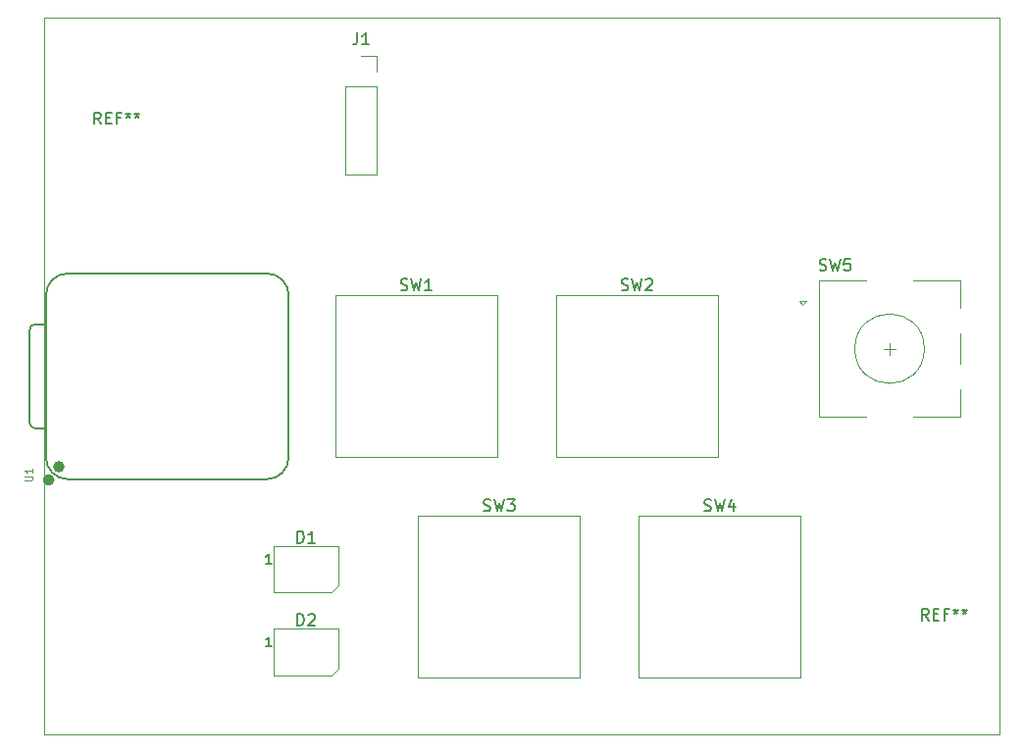
<source format=gto>
%TF.GenerationSoftware,KiCad,Pcbnew,9.0.6-9.0.6~ubuntu22.04.1*%
%TF.CreationDate,2025-12-08T20:59:36+04:00*%
%TF.ProjectId,HackPad,4861636b-5061-4642-9e6b-696361645f70,rev?*%
%TF.SameCoordinates,Original*%
%TF.FileFunction,Legend,Top*%
%TF.FilePolarity,Positive*%
%FSLAX46Y46*%
G04 Gerber Fmt 4.6, Leading zero omitted, Abs format (unit mm)*
G04 Created by KiCad (PCBNEW 9.0.6-9.0.6~ubuntu22.04.1) date 2025-12-08 20:59:36*
%MOMM*%
%LPD*%
G01*
G04 APERTURE LIST*
%ADD10C,0.150000*%
%ADD11C,0.101600*%
%ADD12C,0.120000*%
%ADD13C,0.127000*%
%ADD14C,0.100000*%
%ADD15C,0.504000*%
%TA.AperFunction,Profile*%
%ADD16C,0.050000*%
%TD*%
G04 APERTURE END LIST*
D10*
X67405417Y-49683200D02*
X67548274Y-49730819D01*
X67548274Y-49730819D02*
X67786369Y-49730819D01*
X67786369Y-49730819D02*
X67881607Y-49683200D01*
X67881607Y-49683200D02*
X67929226Y-49635580D01*
X67929226Y-49635580D02*
X67976845Y-49540342D01*
X67976845Y-49540342D02*
X67976845Y-49445104D01*
X67976845Y-49445104D02*
X67929226Y-49349866D01*
X67929226Y-49349866D02*
X67881607Y-49302247D01*
X67881607Y-49302247D02*
X67786369Y-49254628D01*
X67786369Y-49254628D02*
X67595893Y-49207009D01*
X67595893Y-49207009D02*
X67500655Y-49159390D01*
X67500655Y-49159390D02*
X67453036Y-49111771D01*
X67453036Y-49111771D02*
X67405417Y-49016533D01*
X67405417Y-49016533D02*
X67405417Y-48921295D01*
X67405417Y-48921295D02*
X67453036Y-48826057D01*
X67453036Y-48826057D02*
X67500655Y-48778438D01*
X67500655Y-48778438D02*
X67595893Y-48730819D01*
X67595893Y-48730819D02*
X67833988Y-48730819D01*
X67833988Y-48730819D02*
X67976845Y-48778438D01*
X68310179Y-48730819D02*
X68548274Y-49730819D01*
X68548274Y-49730819D02*
X68738750Y-49016533D01*
X68738750Y-49016533D02*
X68929226Y-49730819D01*
X68929226Y-49730819D02*
X69167322Y-48730819D01*
X70072083Y-49730819D02*
X69500655Y-49730819D01*
X69786369Y-49730819D02*
X69786369Y-48730819D01*
X69786369Y-48730819D02*
X69691131Y-48873676D01*
X69691131Y-48873676D02*
X69595893Y-48968914D01*
X69595893Y-48968914D02*
X69500655Y-49016533D01*
X41529166Y-35354819D02*
X41195833Y-34878628D01*
X40957738Y-35354819D02*
X40957738Y-34354819D01*
X40957738Y-34354819D02*
X41338690Y-34354819D01*
X41338690Y-34354819D02*
X41433928Y-34402438D01*
X41433928Y-34402438D02*
X41481547Y-34450057D01*
X41481547Y-34450057D02*
X41529166Y-34545295D01*
X41529166Y-34545295D02*
X41529166Y-34688152D01*
X41529166Y-34688152D02*
X41481547Y-34783390D01*
X41481547Y-34783390D02*
X41433928Y-34831009D01*
X41433928Y-34831009D02*
X41338690Y-34878628D01*
X41338690Y-34878628D02*
X40957738Y-34878628D01*
X41957738Y-34831009D02*
X42291071Y-34831009D01*
X42433928Y-35354819D02*
X41957738Y-35354819D01*
X41957738Y-35354819D02*
X41957738Y-34354819D01*
X41957738Y-34354819D02*
X42433928Y-34354819D01*
X43195833Y-34831009D02*
X42862500Y-34831009D01*
X42862500Y-35354819D02*
X42862500Y-34354819D01*
X42862500Y-34354819D02*
X43338690Y-34354819D01*
X43862500Y-34354819D02*
X43862500Y-34592914D01*
X43624405Y-34497676D02*
X43862500Y-34592914D01*
X43862500Y-34592914D02*
X44100595Y-34497676D01*
X43719643Y-34783390D02*
X43862500Y-34592914D01*
X43862500Y-34592914D02*
X44005357Y-34783390D01*
X44624405Y-34354819D02*
X44624405Y-34592914D01*
X44386310Y-34497676D02*
X44624405Y-34592914D01*
X44624405Y-34592914D02*
X44862500Y-34497676D01*
X44481548Y-34783390D02*
X44624405Y-34592914D01*
X44624405Y-34592914D02*
X44767262Y-34783390D01*
X93599167Y-68733200D02*
X93742024Y-68780819D01*
X93742024Y-68780819D02*
X93980119Y-68780819D01*
X93980119Y-68780819D02*
X94075357Y-68733200D01*
X94075357Y-68733200D02*
X94122976Y-68685580D01*
X94122976Y-68685580D02*
X94170595Y-68590342D01*
X94170595Y-68590342D02*
X94170595Y-68495104D01*
X94170595Y-68495104D02*
X94122976Y-68399866D01*
X94122976Y-68399866D02*
X94075357Y-68352247D01*
X94075357Y-68352247D02*
X93980119Y-68304628D01*
X93980119Y-68304628D02*
X93789643Y-68257009D01*
X93789643Y-68257009D02*
X93694405Y-68209390D01*
X93694405Y-68209390D02*
X93646786Y-68161771D01*
X93646786Y-68161771D02*
X93599167Y-68066533D01*
X93599167Y-68066533D02*
X93599167Y-67971295D01*
X93599167Y-67971295D02*
X93646786Y-67876057D01*
X93646786Y-67876057D02*
X93694405Y-67828438D01*
X93694405Y-67828438D02*
X93789643Y-67780819D01*
X93789643Y-67780819D02*
X94027738Y-67780819D01*
X94027738Y-67780819D02*
X94170595Y-67828438D01*
X94503929Y-67780819D02*
X94742024Y-68780819D01*
X94742024Y-68780819D02*
X94932500Y-68066533D01*
X94932500Y-68066533D02*
X95122976Y-68780819D01*
X95122976Y-68780819D02*
X95361072Y-67780819D01*
X96170595Y-68114152D02*
X96170595Y-68780819D01*
X95932500Y-67733200D02*
X95694405Y-68447485D01*
X95694405Y-68447485D02*
X96313452Y-68447485D01*
X58475655Y-71523569D02*
X58475655Y-70523569D01*
X58475655Y-70523569D02*
X58713750Y-70523569D01*
X58713750Y-70523569D02*
X58856607Y-70571188D01*
X58856607Y-70571188D02*
X58951845Y-70666426D01*
X58951845Y-70666426D02*
X58999464Y-70761664D01*
X58999464Y-70761664D02*
X59047083Y-70952140D01*
X59047083Y-70952140D02*
X59047083Y-71094997D01*
X59047083Y-71094997D02*
X58999464Y-71285473D01*
X58999464Y-71285473D02*
X58951845Y-71380711D01*
X58951845Y-71380711D02*
X58856607Y-71475950D01*
X58856607Y-71475950D02*
X58713750Y-71523569D01*
X58713750Y-71523569D02*
X58475655Y-71523569D01*
X59999464Y-71523569D02*
X59428036Y-71523569D01*
X59713750Y-71523569D02*
X59713750Y-70523569D01*
X59713750Y-70523569D02*
X59618512Y-70666426D01*
X59618512Y-70666426D02*
X59523274Y-70761664D01*
X59523274Y-70761664D02*
X59428036Y-70809283D01*
X56242321Y-73306045D02*
X55785178Y-73306045D01*
X56013750Y-73306045D02*
X56013750Y-72506045D01*
X56013750Y-72506045D02*
X55937559Y-72620330D01*
X55937559Y-72620330D02*
X55861369Y-72696521D01*
X55861369Y-72696521D02*
X55785178Y-72734616D01*
X74549167Y-68733200D02*
X74692024Y-68780819D01*
X74692024Y-68780819D02*
X74930119Y-68780819D01*
X74930119Y-68780819D02*
X75025357Y-68733200D01*
X75025357Y-68733200D02*
X75072976Y-68685580D01*
X75072976Y-68685580D02*
X75120595Y-68590342D01*
X75120595Y-68590342D02*
X75120595Y-68495104D01*
X75120595Y-68495104D02*
X75072976Y-68399866D01*
X75072976Y-68399866D02*
X75025357Y-68352247D01*
X75025357Y-68352247D02*
X74930119Y-68304628D01*
X74930119Y-68304628D02*
X74739643Y-68257009D01*
X74739643Y-68257009D02*
X74644405Y-68209390D01*
X74644405Y-68209390D02*
X74596786Y-68161771D01*
X74596786Y-68161771D02*
X74549167Y-68066533D01*
X74549167Y-68066533D02*
X74549167Y-67971295D01*
X74549167Y-67971295D02*
X74596786Y-67876057D01*
X74596786Y-67876057D02*
X74644405Y-67828438D01*
X74644405Y-67828438D02*
X74739643Y-67780819D01*
X74739643Y-67780819D02*
X74977738Y-67780819D01*
X74977738Y-67780819D02*
X75120595Y-67828438D01*
X75453929Y-67780819D02*
X75692024Y-68780819D01*
X75692024Y-68780819D02*
X75882500Y-68066533D01*
X75882500Y-68066533D02*
X76072976Y-68780819D01*
X76072976Y-68780819D02*
X76311072Y-67780819D01*
X76596786Y-67780819D02*
X77215833Y-67780819D01*
X77215833Y-67780819D02*
X76882500Y-68161771D01*
X76882500Y-68161771D02*
X77025357Y-68161771D01*
X77025357Y-68161771D02*
X77120595Y-68209390D01*
X77120595Y-68209390D02*
X77168214Y-68257009D01*
X77168214Y-68257009D02*
X77215833Y-68352247D01*
X77215833Y-68352247D02*
X77215833Y-68590342D01*
X77215833Y-68590342D02*
X77168214Y-68685580D01*
X77168214Y-68685580D02*
X77120595Y-68733200D01*
X77120595Y-68733200D02*
X77025357Y-68780819D01*
X77025357Y-68780819D02*
X76739643Y-68780819D01*
X76739643Y-68780819D02*
X76644405Y-68733200D01*
X76644405Y-68733200D02*
X76596786Y-68685580D01*
X63642916Y-27482319D02*
X63642916Y-28196604D01*
X63642916Y-28196604D02*
X63595297Y-28339461D01*
X63595297Y-28339461D02*
X63500059Y-28434700D01*
X63500059Y-28434700D02*
X63357202Y-28482319D01*
X63357202Y-28482319D02*
X63261964Y-28482319D01*
X64642916Y-28482319D02*
X64071488Y-28482319D01*
X64357202Y-28482319D02*
X64357202Y-27482319D01*
X64357202Y-27482319D02*
X64261964Y-27625176D01*
X64261964Y-27625176D02*
X64166726Y-27720414D01*
X64166726Y-27720414D02*
X64071488Y-27768033D01*
X58475655Y-78667319D02*
X58475655Y-77667319D01*
X58475655Y-77667319D02*
X58713750Y-77667319D01*
X58713750Y-77667319D02*
X58856607Y-77714938D01*
X58856607Y-77714938D02*
X58951845Y-77810176D01*
X58951845Y-77810176D02*
X58999464Y-77905414D01*
X58999464Y-77905414D02*
X59047083Y-78095890D01*
X59047083Y-78095890D02*
X59047083Y-78238747D01*
X59047083Y-78238747D02*
X58999464Y-78429223D01*
X58999464Y-78429223D02*
X58951845Y-78524461D01*
X58951845Y-78524461D02*
X58856607Y-78619700D01*
X58856607Y-78619700D02*
X58713750Y-78667319D01*
X58713750Y-78667319D02*
X58475655Y-78667319D01*
X59428036Y-77762557D02*
X59475655Y-77714938D01*
X59475655Y-77714938D02*
X59570893Y-77667319D01*
X59570893Y-77667319D02*
X59808988Y-77667319D01*
X59808988Y-77667319D02*
X59904226Y-77714938D01*
X59904226Y-77714938D02*
X59951845Y-77762557D01*
X59951845Y-77762557D02*
X59999464Y-77857795D01*
X59999464Y-77857795D02*
X59999464Y-77953033D01*
X59999464Y-77953033D02*
X59951845Y-78095890D01*
X59951845Y-78095890D02*
X59380417Y-78667319D01*
X59380417Y-78667319D02*
X59999464Y-78667319D01*
X56242321Y-80449795D02*
X55785178Y-80449795D01*
X56013750Y-80449795D02*
X56013750Y-79649795D01*
X56013750Y-79649795D02*
X55937559Y-79764080D01*
X55937559Y-79764080D02*
X55861369Y-79840271D01*
X55861369Y-79840271D02*
X55785178Y-79878366D01*
X112966666Y-78217319D02*
X112633333Y-77741128D01*
X112395238Y-78217319D02*
X112395238Y-77217319D01*
X112395238Y-77217319D02*
X112776190Y-77217319D01*
X112776190Y-77217319D02*
X112871428Y-77264938D01*
X112871428Y-77264938D02*
X112919047Y-77312557D01*
X112919047Y-77312557D02*
X112966666Y-77407795D01*
X112966666Y-77407795D02*
X112966666Y-77550652D01*
X112966666Y-77550652D02*
X112919047Y-77645890D01*
X112919047Y-77645890D02*
X112871428Y-77693509D01*
X112871428Y-77693509D02*
X112776190Y-77741128D01*
X112776190Y-77741128D02*
X112395238Y-77741128D01*
X113395238Y-77693509D02*
X113728571Y-77693509D01*
X113871428Y-78217319D02*
X113395238Y-78217319D01*
X113395238Y-78217319D02*
X113395238Y-77217319D01*
X113395238Y-77217319D02*
X113871428Y-77217319D01*
X114633333Y-77693509D02*
X114300000Y-77693509D01*
X114300000Y-78217319D02*
X114300000Y-77217319D01*
X114300000Y-77217319D02*
X114776190Y-77217319D01*
X115300000Y-77217319D02*
X115300000Y-77455414D01*
X115061905Y-77360176D02*
X115300000Y-77455414D01*
X115300000Y-77455414D02*
X115538095Y-77360176D01*
X115157143Y-77645890D02*
X115300000Y-77455414D01*
X115300000Y-77455414D02*
X115442857Y-77645890D01*
X116061905Y-77217319D02*
X116061905Y-77455414D01*
X115823810Y-77360176D02*
X116061905Y-77455414D01*
X116061905Y-77455414D02*
X116300000Y-77360176D01*
X115919048Y-77645890D02*
X116061905Y-77455414D01*
X116061905Y-77455414D02*
X116204762Y-77645890D01*
X86455417Y-49683200D02*
X86598274Y-49730819D01*
X86598274Y-49730819D02*
X86836369Y-49730819D01*
X86836369Y-49730819D02*
X86931607Y-49683200D01*
X86931607Y-49683200D02*
X86979226Y-49635580D01*
X86979226Y-49635580D02*
X87026845Y-49540342D01*
X87026845Y-49540342D02*
X87026845Y-49445104D01*
X87026845Y-49445104D02*
X86979226Y-49349866D01*
X86979226Y-49349866D02*
X86931607Y-49302247D01*
X86931607Y-49302247D02*
X86836369Y-49254628D01*
X86836369Y-49254628D02*
X86645893Y-49207009D01*
X86645893Y-49207009D02*
X86550655Y-49159390D01*
X86550655Y-49159390D02*
X86503036Y-49111771D01*
X86503036Y-49111771D02*
X86455417Y-49016533D01*
X86455417Y-49016533D02*
X86455417Y-48921295D01*
X86455417Y-48921295D02*
X86503036Y-48826057D01*
X86503036Y-48826057D02*
X86550655Y-48778438D01*
X86550655Y-48778438D02*
X86645893Y-48730819D01*
X86645893Y-48730819D02*
X86883988Y-48730819D01*
X86883988Y-48730819D02*
X87026845Y-48778438D01*
X87360179Y-48730819D02*
X87598274Y-49730819D01*
X87598274Y-49730819D02*
X87788750Y-49016533D01*
X87788750Y-49016533D02*
X87979226Y-49730819D01*
X87979226Y-49730819D02*
X88217322Y-48730819D01*
X88550655Y-48826057D02*
X88598274Y-48778438D01*
X88598274Y-48778438D02*
X88693512Y-48730819D01*
X88693512Y-48730819D02*
X88931607Y-48730819D01*
X88931607Y-48730819D02*
X89026845Y-48778438D01*
X89026845Y-48778438D02*
X89074464Y-48826057D01*
X89074464Y-48826057D02*
X89122083Y-48921295D01*
X89122083Y-48921295D02*
X89122083Y-49016533D01*
X89122083Y-49016533D02*
X89074464Y-49159390D01*
X89074464Y-49159390D02*
X88503036Y-49730819D01*
X88503036Y-49730819D02*
X89122083Y-49730819D01*
X103561667Y-47975950D02*
X103704524Y-48023569D01*
X103704524Y-48023569D02*
X103942619Y-48023569D01*
X103942619Y-48023569D02*
X104037857Y-47975950D01*
X104037857Y-47975950D02*
X104085476Y-47928330D01*
X104085476Y-47928330D02*
X104133095Y-47833092D01*
X104133095Y-47833092D02*
X104133095Y-47737854D01*
X104133095Y-47737854D02*
X104085476Y-47642616D01*
X104085476Y-47642616D02*
X104037857Y-47594997D01*
X104037857Y-47594997D02*
X103942619Y-47547378D01*
X103942619Y-47547378D02*
X103752143Y-47499759D01*
X103752143Y-47499759D02*
X103656905Y-47452140D01*
X103656905Y-47452140D02*
X103609286Y-47404521D01*
X103609286Y-47404521D02*
X103561667Y-47309283D01*
X103561667Y-47309283D02*
X103561667Y-47214045D01*
X103561667Y-47214045D02*
X103609286Y-47118807D01*
X103609286Y-47118807D02*
X103656905Y-47071188D01*
X103656905Y-47071188D02*
X103752143Y-47023569D01*
X103752143Y-47023569D02*
X103990238Y-47023569D01*
X103990238Y-47023569D02*
X104133095Y-47071188D01*
X104466429Y-47023569D02*
X104704524Y-48023569D01*
X104704524Y-48023569D02*
X104895000Y-47309283D01*
X104895000Y-47309283D02*
X105085476Y-48023569D01*
X105085476Y-48023569D02*
X105323572Y-47023569D01*
X106180714Y-47023569D02*
X105704524Y-47023569D01*
X105704524Y-47023569D02*
X105656905Y-47499759D01*
X105656905Y-47499759D02*
X105704524Y-47452140D01*
X105704524Y-47452140D02*
X105799762Y-47404521D01*
X105799762Y-47404521D02*
X106037857Y-47404521D01*
X106037857Y-47404521D02*
X106133095Y-47452140D01*
X106133095Y-47452140D02*
X106180714Y-47499759D01*
X106180714Y-47499759D02*
X106228333Y-47594997D01*
X106228333Y-47594997D02*
X106228333Y-47833092D01*
X106228333Y-47833092D02*
X106180714Y-47928330D01*
X106180714Y-47928330D02*
X106133095Y-47975950D01*
X106133095Y-47975950D02*
X106037857Y-48023569D01*
X106037857Y-48023569D02*
X105799762Y-48023569D01*
X105799762Y-48023569D02*
X105704524Y-47975950D01*
X105704524Y-47975950D02*
X105656905Y-47928330D01*
D11*
X34960979Y-66133809D02*
X35475026Y-66133809D01*
X35475026Y-66133809D02*
X35535502Y-66103571D01*
X35535502Y-66103571D02*
X35565741Y-66073333D01*
X35565741Y-66073333D02*
X35595979Y-66012857D01*
X35595979Y-66012857D02*
X35595979Y-65891904D01*
X35595979Y-65891904D02*
X35565741Y-65831428D01*
X35565741Y-65831428D02*
X35535502Y-65801190D01*
X35535502Y-65801190D02*
X35475026Y-65770952D01*
X35475026Y-65770952D02*
X34960979Y-65770952D01*
X35595979Y-65135952D02*
X35595979Y-65498809D01*
X35595979Y-65317381D02*
X34960979Y-65317381D01*
X34960979Y-65317381D02*
X35051693Y-65377857D01*
X35051693Y-65377857D02*
X35112169Y-65438333D01*
X35112169Y-65438333D02*
X35142407Y-65498809D01*
D12*
%TO.C,SW1*%
X61753750Y-50165000D02*
X75723750Y-50165000D01*
X61753750Y-64135000D02*
X61753750Y-50165000D01*
X75723750Y-50165000D02*
X75723750Y-64135000D01*
X75723750Y-64135000D02*
X61753750Y-64135000D01*
%TO.C,SW4*%
X87947500Y-69215000D02*
X101917500Y-69215000D01*
X87947500Y-83185000D02*
X87947500Y-69215000D01*
X101917500Y-69215000D02*
X101917500Y-83185000D01*
X101917500Y-83185000D02*
X87947500Y-83185000D01*
%TO.C,D1*%
X56413750Y-71818750D02*
X56413750Y-75818750D01*
X56413750Y-71818750D02*
X62013750Y-71818750D01*
X56413750Y-75818750D02*
X61413750Y-75818750D01*
X62013750Y-75218750D02*
X61413750Y-75818750D01*
X62013750Y-75218750D02*
X62013750Y-71818750D01*
%TO.C,SW3*%
X68897500Y-69215000D02*
X82867500Y-69215000D01*
X68897500Y-83185000D02*
X68897500Y-69215000D01*
X82867500Y-69215000D02*
X82867500Y-83185000D01*
X82867500Y-83185000D02*
X68897500Y-83185000D01*
%TO.C,J1*%
X62646250Y-32067500D02*
X62646250Y-39747500D01*
X62646250Y-32067500D02*
X65306250Y-32067500D01*
X62646250Y-39747500D02*
X65306250Y-39747500D01*
X63976250Y-29467500D02*
X65306250Y-29467500D01*
X65306250Y-29467500D02*
X65306250Y-30797500D01*
X65306250Y-32067500D02*
X65306250Y-39747500D01*
%TO.C,D2*%
X56413750Y-78962500D02*
X56413750Y-82962500D01*
X56413750Y-78962500D02*
X62013750Y-78962500D01*
X56413750Y-82962500D02*
X61413750Y-82962500D01*
X62013750Y-82362500D02*
X61413750Y-82962500D01*
X62013750Y-82362500D02*
X62013750Y-78962500D01*
%TO.C,SW2*%
X80803750Y-50165000D02*
X94773750Y-50165000D01*
X80803750Y-64135000D02*
X80803750Y-50165000D01*
X94773750Y-50165000D02*
X94773750Y-64135000D01*
X94773750Y-64135000D02*
X80803750Y-64135000D01*
%TO.C,SW5*%
X101795000Y-50668750D02*
X102395000Y-50668750D01*
X102095000Y-50968750D02*
X101795000Y-50668750D01*
X102395000Y-50668750D02*
X102095000Y-50968750D01*
X103495000Y-48868750D02*
X103495000Y-60668750D01*
X107595000Y-48868750D02*
X103495000Y-48868750D01*
X107595000Y-60668750D02*
X103495000Y-60668750D01*
X109095000Y-54768750D02*
X110095000Y-54768750D01*
X109595000Y-54268750D02*
X109595000Y-55268750D01*
X111595000Y-48868750D02*
X115695000Y-48868750D01*
X115695000Y-48868750D02*
X115695000Y-51268750D01*
X115695000Y-53468750D02*
X115695000Y-56068750D01*
X115695000Y-58268750D02*
X115695000Y-60668750D01*
X115695000Y-60668750D02*
X111595000Y-60668750D01*
X112595000Y-54768750D02*
G75*
G02*
X106595000Y-54768750I-3000000J0D01*
G01*
X106595000Y-54768750D02*
G75*
G02*
X112595000Y-54768750I3000000J0D01*
G01*
D13*
%TO.C,U1*%
X35356500Y-61141272D02*
X35356500Y-53146000D01*
X35856500Y-52646000D02*
X36766500Y-52646000D01*
D14*
X36766500Y-50165000D02*
X36766500Y-64135000D01*
D13*
X36766500Y-50165000D02*
X36766500Y-64135000D01*
X36766500Y-61645000D02*
X35856228Y-61641272D01*
X55816500Y-48260000D02*
X38671500Y-48260000D01*
X55816500Y-66040000D02*
X38671500Y-66040000D01*
X57721500Y-64135000D02*
X57721500Y-50165000D01*
X35356500Y-53146000D02*
G75*
G02*
X35856500Y-52646000I500000J0D01*
G01*
X35856228Y-61641272D02*
G75*
G02*
X35356501Y-61141272I291J500018D01*
G01*
X36766500Y-50165000D02*
G75*
G02*
X38671500Y-48260000I1905000J0D01*
G01*
X38671500Y-66040000D02*
G75*
G02*
X36766500Y-64135000I1J1905001D01*
G01*
X55816500Y-48260000D02*
G75*
G02*
X57721500Y-50165000I0J-1905000D01*
G01*
X57721500Y-64135000D02*
G75*
G02*
X55816500Y-66040000I-1905001J1D01*
G01*
D15*
X37259500Y-66100000D02*
G75*
G02*
X36755500Y-66100000I-252000J0D01*
G01*
X36755500Y-66100000D02*
G75*
G02*
X37259500Y-66100000I252000J0D01*
G01*
X38139500Y-64957000D02*
G75*
G02*
X37635500Y-64957000I-252000J0D01*
G01*
X37635500Y-64957000D02*
G75*
G02*
X38139500Y-64957000I252000J0D01*
G01*
%TD*%
D16*
X36587932Y-26193750D02*
X119062500Y-26193750D01*
X119062500Y-88106250D01*
X36587932Y-88106250D01*
X36587932Y-26193750D01*
M02*

</source>
